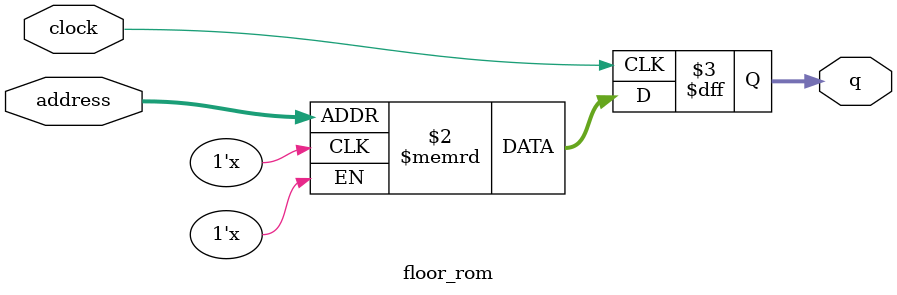
<source format=sv>
module floor_rom (
	input logic clock,
	input logic [16:0] address,
	output logic [3:0] q
);

logic [3:0] memory [0:81919] /* synthesis ram_init_file = "./floor/floor.mif" */;

always_ff @ (posedge clock) begin
	q <= memory[address];
end

endmodule

</source>
